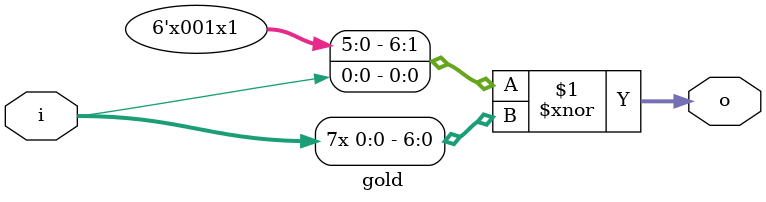
<source format=v>
module gold(input i, output [6:0] o);
assign o = {1'bx, 1'b0, 1'b0, 1'b1, 1'bx, 1'b1, i} ~^ {7{i}};
endmodule

</source>
